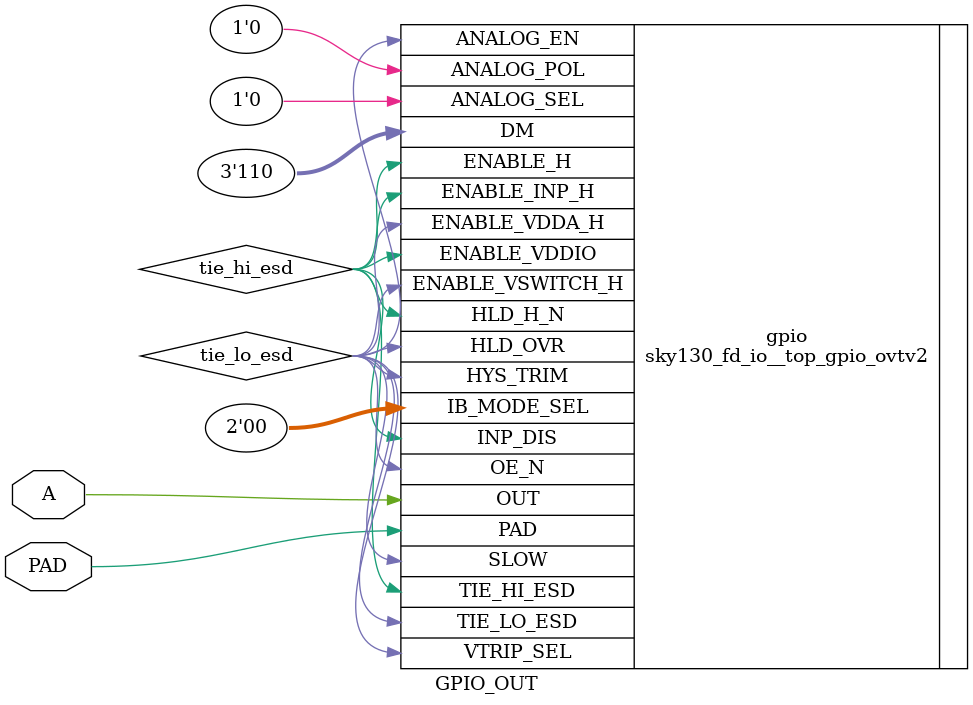
<source format=v>


// Verification Directory fv/GPIO_OUT 

module GPIO_OUT(A, PAD);
  input A;
  inout PAD;
  wire A;
  wire PAD;
  wire tie_hi_esd, tie_lo_esd;
  sky130_fd_io__top_gpio_ovtv2 gpio(.INP_DIS (tie_hi_esd),
       .ENABLE_INP_H (tie_hi_esd), .TIE_HI_ESD (tie_hi_esd),
       .TIE_LO_ESD (tie_lo_esd), .VTRIP_SEL (tie_lo_esd), .HYS_TRIM
       (tie_lo_esd), .IB_MODE_SEL (2'b0), .OUT (A), .OE_N (tie_lo_esd),
       .HLD_H_N (tie_hi_esd), .ENABLE_H (tie_hi_esd), .ENABLE_VDDA_H
       (tie_lo_esd), .ENABLE_VDDIO (tie_hi_esd), .ENABLE_VSWITCH_H
       (tie_lo_esd), .SLOW (tie_lo_esd), .HLD_OVR (tie_lo_esd),
       .ANALOG_EN (tie_lo_esd), .ANALOG_SEL (1'b0), .ANALOG_POL (1'b0),
       .DM (3'b110), .PAD (PAD));
endmodule


</source>
